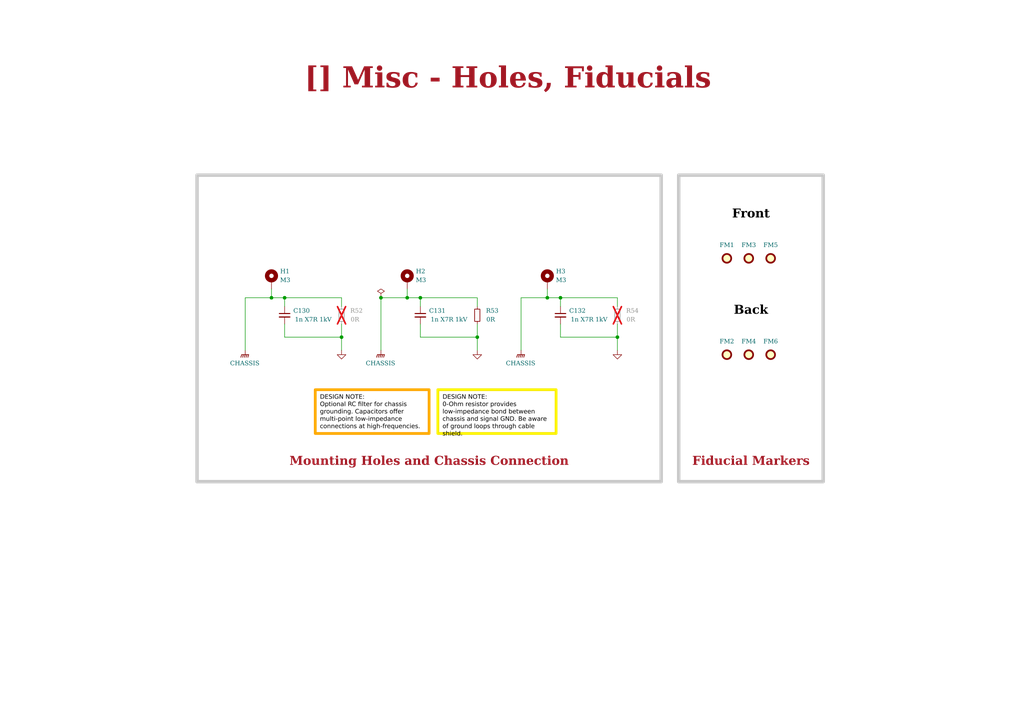
<source format=kicad_sch>
(kicad_sch (version 20231120) (generator "eeschema") (generator_version "8.0")
  (paper "A4")
  (title_block (title "Misc - Holes, Fiducials") (date "2023-10-22") (rev "${REVISION}") (company "${COMPANY}"))
  (lib_symbols
    (symbol "0_power_symbols:CHASSIS" (power) (pin_names (offset 0))
      (property "Value" "CHASSIS" (at 0 -3.302 0))
      (symbol "CHASSIS_0_1"
        (polyline (pts (xy 0 -1.27) (xy 0 0)))
        (polyline (pts (xy -1.016 -1.27) (xy -1.27 -2.032) (xy -1.27 -2.032)) (stroke (width 0.2032)))
        (polyline (pts (xy -0.508 -1.27) (xy -0.762 -2.032) (xy -0.762 -2.032)) (stroke (width 0.2032)))
        (polyline (pts (xy 0 -1.27) (xy -0.254 -2.032) (xy -0.254 -2.032)) (stroke (width 0.2032)))
        (polyline (pts (xy 0.508 -1.27) (xy 0.254 -2.032) (xy 0.254 -2.032)) (stroke (width 0.2032)))
        (polyline (pts (xy 1.016 -1.27) (xy -1.016 -1.27) (xy -1.016 -1.27)) (stroke (width 0.2032)))
        (polyline (pts (xy 1.016 -1.27) (xy 0.762 -2.032) (xy 0.762 -2.032) (xy 0.762 -2.032)) (stroke (width 0.2032)))
      )
      (symbol "CHASSIS_1_1"
        (pin power_in line (at 0 0 270) (length 0) hide (name "CHASSIS") (number "1"))
      )
    )
    (symbol "Device:C_Small" (pin_numbers hide) (pin_names (offset 0.254) hide)
      (property "Reference" "C" (at 0.254 1.778 0))
      (property "Value" "C_Small" (at 0.254 -2.032 0))
      (symbol "C_Small_0_1"
        (polyline (pts (xy -1.524 -0.508) (xy 1.524 -0.508)) (stroke (width 0.3302)))
        (polyline (pts (xy -1.524 0.508) (xy 1.524 0.508)) (stroke (width 0.3048)))
      )
      (symbol "C_Small_1_1"
        (pin passive line (at 0 2.54 270) (length 2.032) (name "~") (number "1"))
        (pin passive line (at 0 -2.54 90) (length 2.032) (name "~") (number "2"))
      )
    )
    (symbol "Device:R_Small" (pin_numbers hide) (pin_names (offset 0.254) hide)
      (property "Reference" "R" (at 0.762 0.508 0))
      (property "Value" "R_Small" (at 0.762 -1.016 0))
      (symbol "R_Small_0_1"
        (rectangle (start -0.762 1.778) (end 0.762 -1.778) (stroke (width 0.2032)))
      )
      (symbol "R_Small_1_1"
        (pin passive line (at 0 2.54 270) (length 0.762) (name "~") (number "1"))
        (pin passive line (at 0 -2.54 90) (length 0.762) (name "~") (number "2"))
      )
    )
    (symbol "Mechanical:Fiducial"
      (property "Reference" "FID" (at 0 5.08 0))
      (property "Value" "Fiducial" (at 0 3.175 0))
      (symbol "Fiducial_0_1"
        (circle (center 0 0) (radius 1.27) (stroke (width 0.508)) (fill (type background)))
      )
    )
    (symbol "Mechanical:MountingHole_Pad" (pin_numbers hide) (pin_names (offset 1.016) hide)
      (property "Reference" "H" (at 0 6.35 0))
      (property "Value" "MountingHole_Pad" (at 0 4.445 0))
      (symbol "MountingHole_Pad_0_1"
        (circle (center 0 1.27) (radius 1.27) (stroke (width 1.27)))
      )
      (symbol "MountingHole_Pad_1_1"
        (pin input line (at 0 -2.54 90) (length 2.54) (name "1") (number "1"))
      )
    )
    (symbol "power:GND" (power) (pin_names (offset 0))
      (property "Value" "GND" (at 0 -3.81 0))
      (symbol "GND_0_1"
        (polyline (pts (xy 0 0) (xy 0 -1.27) (xy 1.27 -1.27) (xy 0 -2.54) (xy -1.27 -1.27) (xy 0 -1.27)))
      )
      (symbol "GND_1_1"
        (pin power_in line (at 0 0 270) (length 0) hide (name "GND") (number "1"))
      )
    )
    (symbol "power:PWR_FLAG" (power) (pin_numbers hide) (pin_names (offset 0) hide)
      (property "Value" "PWR_FLAG" (at 0 3.81 0))
      (symbol "PWR_FLAG_0_0"
        (pin power_out line (at 0 0 90) (length 0) (name "pwr") (number "1"))
      )
      (symbol "PWR_FLAG_0_1"
        (polyline (pts (xy 0 0) (xy 0 1.27) (xy -1.016 1.905) (xy 0 2.54) (xy 1.016 1.905) (xy 0 1.27)))
      )
    )
  )
  (junction (at 110.49 86.36))
  (junction (at 158.75 86.36))
  (junction (at 78.74 86.36))
  (junction (at 138.43 97.79))
  (junction (at 118.11 86.36))
  (junction (at 99.06 97.79))
  (junction (at 82.55 86.36))
  (junction (at 162.56 86.36))
  (junction (at 121.92 86.36))
  (junction (at 179.07 97.79))
  (wire (pts (xy 78.74 86.36) (xy 82.55 86.36)))
  (wire (pts (xy 82.55 97.79) (xy 99.06 97.79)))
  (wire (pts (xy 99.06 97.79) (xy 99.06 93.98)))
  (wire (pts (xy 179.07 97.79) (xy 179.07 101.6)))
  (wire (pts (xy 162.56 86.36) (xy 162.56 88.9)))
  (wire (pts (xy 158.75 83.82) (xy 158.75 86.36)))
  (wire (pts (xy 151.13 86.36) (xy 158.75 86.36)))
  (wire (pts (xy 151.13 101.6) (xy 151.13 86.36)))
  (wire (pts (xy 138.43 86.36) (xy 138.43 88.9)))
  (wire (pts (xy 179.07 86.36) (xy 179.07 88.9)))
  (wire (pts (xy 82.55 93.98) (xy 82.55 97.79)))
  (wire (pts (xy 110.49 86.36) (xy 110.49 101.6)))
  (wire (pts (xy 121.92 86.36) (xy 138.43 86.36)))
  (wire (pts (xy 99.06 86.36) (xy 99.06 88.9)))
  (wire (pts (xy 71.12 86.36) (xy 78.74 86.36)))
  (wire (pts (xy 162.56 97.79) (xy 179.07 97.79)))
  (wire (pts (xy 158.75 86.36) (xy 162.56 86.36)))
  (wire (pts (xy 138.43 97.79) (xy 138.43 93.98)))
  (wire (pts (xy 118.11 86.36) (xy 121.92 86.36)))
  (wire (pts (xy 118.11 83.82) (xy 118.11 86.36)))
  (wire (pts (xy 121.92 93.98) (xy 121.92 97.79)))
  (wire (pts (xy 121.92 97.79) (xy 138.43 97.79)))
  (wire (pts (xy 78.74 83.82) (xy 78.74 86.36)))
  (wire (pts (xy 179.07 97.79) (xy 179.07 93.98)))
  (wire (pts (xy 162.56 86.36) (xy 179.07 86.36)))
  (wire (pts (xy 121.92 86.36) (xy 121.92 88.9)))
  (wire (pts (xy 162.56 93.98) (xy 162.56 97.79)))
  (wire (pts (xy 82.55 86.36) (xy 82.55 88.9)))
  (wire (pts (xy 82.55 86.36) (xy 99.06 86.36)))
  (wire (pts (xy 138.43 97.79) (xy 138.43 101.6)))
  (wire (pts (xy 99.06 97.79) (xy 99.06 101.6)))
  (wire (pts (xy 110.49 86.36) (xy 118.11 86.36)))
  (wire (pts (xy 71.12 101.6) (xy 71.12 86.36)))
  (rectangle (start 57.15 50.8) (end 191.77 139.7) (stroke (width 1) (color 200 200 200 1)))
  (rectangle (start 196.85 50.8) (end 238.76 139.7) (stroke (width 1) (color 200 200 200 1)))
  (text_box "Front" (at 198.12 55.88 0) (size 39.37 9.525) (stroke (width -0.0001)) (effects (font (size 2.54 2.54) (thickness 0.508) (bold yes)) (justify bottom)))
  (text_box "Back" (at 198.12 83.82 0) (size 39.37 9.525) (stroke (width -0.0001)) (effects (font (size 2.54 2.54) (thickness 0.508) (bold yes)) (justify bottom)))
  (text_box "DESIGN NOTE:\n0-Ohm resistor provides low-impedance bond between chassis and signal GND. Be aware of ground loops through cable shield." (at 127 113.03 0) (size 34.29 12.7) (stroke (width 0.8) (color 250 236 0 1)) (effects (font (size 1.27 1.27)) (justify left top)))
  (text_box "[${#}] ${TITLE}" (at 78.74 16.51 0) (size 137.16 12.7) (stroke (width -0.0001)) (effects (font (size 6 6) (thickness 1.2) (bold yes))))
  (text_box "Fiducial Markers" (at 198.12 128.27 0) (size 39.37 8.89) (stroke (width -0.0001)) (effects (font (size 2.54 2.54) (thickness 0.508) (bold yes)) (justify bottom)))
  (text_box "Mounting Holes and Chassis Connection" (at 58.42 128.27 0) (size 132.08 8.89) (stroke (width -0.0001)) (effects (font (size 2.54 2.54) (thickness 0.508) (bold yes)) (justify bottom)))
  (text_box "DESIGN NOTE:\nOptional RC filter for chassis grounding. Capacitors offer multi-point low-impedance connections at high-frequencies." (at 91.44 113.03 0) (size 33.02 12.7) (stroke (width 0.8) (color 255 165 0 1)) (effects (font (size 1.27 1.27)) (justify left top)))
  (symbol (lib_id "power:GND") (at 99.06 101.6 0) (unit 1)
    (property "Reference" "#PWR091" (effects (hide yes)))
    (property "Value" "GND" (effects (hide yes)))
  )
  (symbol (lib_id "Device:C_Small") (at 82.55 91.44 0) (unit 1)
    (property "Reference" "C130" (at 85.09 90.1763 0) (effects (justify left)))
    (property "Value" "1n X7R 1kV" (at 85.09 92.7163 0) (effects (justify left)))
    (property "Footprint" "0_capacitor_smd:C_0603_1608_DensityHigh" (effects (hide yes)))
    (property "Datasheet" "https://connect.kemet.com:7667/gateway/IntelliData-ComponentDocumentation/1.0/download/specsheet/C0603V102KDRAC7867" (effects (hide yes)))
    (property "Description" "1000 pF ±10% 1000V (1kV) Ceramic Capacitor X7R 0603 (1608 Metric)" (effects (hide yes)))
    (property "Supplier 1" "Digikey" (effects (hide yes)))
    (property "Supplier Part Number 1" "399-12306-1-ND" (effects (hide yes)))
    (property "manf" "KEMET" (effects (hide yes)))
    (property "manf#" "C0603V102KDRAC7867" (effects (hide yes)))
  )
  (symbol (lib_id "Mechanical:Fiducial") (at 210.82 102.87 0) (unit 1) (in_bom no)
    (property "Reference" "FM2" (at 210.82 99.06 0))
    (property "Value" "Fiducial" (effects (hide yes)))
    (property "Footprint" "0_fiducials:Fiducial_1mm_Mask2mm" (effects (hide yes)))
  )
  (symbol (lib_id "Mechanical:Fiducial") (at 223.52 74.93 0) (unit 1) (in_bom no)
    (property "Reference" "FM5" (at 223.52 71.12 0))
    (property "Value" "Fiducial" (effects (hide yes)))
    (property "Footprint" "0_fiducials:Fiducial_1mm_Mask2mm" (effects (hide yes)))
  )
  (symbol (lib_id "Device:R_Small") (at 179.07 91.44 0) (unit 1) (in_bom no) (dnp yes)
    (property "Reference" "R54" (at 181.61 90.17 0) (effects (justify left)))
    (property "Value" "0R" (at 181.61 92.71 0) (effects (justify left)))
    (property "Footprint" "0_resistor_smd:R_0603_1608_DensityHigh" (effects (hide yes)))
    (property "Datasheet" "https://www.vishay.com/docs/20043/crcwhpe3.pdf" (effects (hide yes)))
    (property "Description" "0 Ohms Jumper Chip Resistor 0603 (1608 Metric) Automotive AEC-Q200, Pulse Withstanding Thick Film" (effects (hide yes)))
    (property "Supplier 1" "Digikey" (effects (hide yes)))
    (property "Supplier Part Number 1" "541-0.0SBCT-ND" (effects (hide yes)))
    (property "manf" "Vishay" (effects (hide yes)))
    (property "manf#" "CRCW06030000Z0EAHP" (effects (hide yes)))
  )
  (symbol (lib_id "Mechanical:MountingHole_Pad") (at 78.74 81.28 0) (unit 1) (in_bom no)
    (property "Reference" "H1" (at 81.28 78.74 0) (effects (justify left)))
    (property "Value" "M3" (at 81.28 81.28 0) (effects (justify left)))
    (property "Footprint" "0_pad:MountingHole_3.2mm_M3_Pad_Via" (effects (hide yes)))
  )
  (symbol (lib_id "power:PWR_FLAG") (at 110.49 86.36 0) (unit 1)
    (property "Reference" "#FLG01" (effects (hide yes)))
    (property "Value" "PWR_FLAG" (effects (hide yes)))
    (instances (project "pcb2blender_tmp" (path "" (reference "#FLG01") (unit 1)) (path "" (reference "#FLG011") (unit 1))))
  )
  (symbol (lib_id "0_power_symbols:CHASSIS") (at 71.12 101.6 0) (unit 1)
    (property "Reference" "#PWR090" (effects (hide yes)))
    (property "Value" "CHASSIS" (at 70.993 105.41 0))
  )
  (symbol (lib_id "0_power_symbols:CHASSIS") (at 110.49 101.6 0) (unit 1)
    (property "Reference" "#PWR092" (effects (hide yes)))
    (property "Value" "CHASSIS" (at 110.363 105.41 0))
  )
  (symbol (lib_id "Device:C_Small") (at 162.56 91.44 0) (unit 1)
    (property "Reference" "C132" (at 165.1 90.1763 0) (effects (justify left)))
    (property "Value" "1n X7R 1kV" (at 165.1 92.7163 0) (effects (justify left)))
    (property "Footprint" "0_capacitor_smd:C_0603_1608_DensityHigh" (effects (hide yes)))
    (property "Datasheet" "https://connect.kemet.com:7667/gateway/IntelliData-ComponentDocumentation/1.0/download/specsheet/C0603V102KDRAC7867" (effects (hide yes)))
    (property "Description" "1000 pF ±10% 1000V (1kV) Ceramic Capacitor X7R 0603 (1608 Metric)" (effects (hide yes)))
    (property "Supplier 1" "Digikey" (effects (hide yes)))
    (property "Supplier Part Number 1" "399-12306-1-ND" (effects (hide yes)))
    (property "manf" "KEMET" (effects (hide yes)))
    (property "manf#" "C0603V102KDRAC7867" (effects (hide yes)))
  )
  (symbol (lib_id "Mechanical:Fiducial") (at 217.17 74.93 0) (unit 1) (in_bom no)
    (property "Reference" "FM3" (at 217.17 71.12 0))
    (property "Value" "Fiducial" (effects (hide yes)))
    (property "Footprint" "0_fiducials:Fiducial_1mm_Mask2mm" (effects (hide yes)))
  )
  (symbol (lib_id "0_power_symbols:CHASSIS") (at 151.13 101.6 0) (unit 1)
    (property "Reference" "#PWR094" (effects (hide yes)))
    (property "Value" "CHASSIS" (at 151.003 105.41 0))
  )
  (symbol (lib_id "power:GND") (at 179.07 101.6 0) (unit 1)
    (property "Reference" "#PWR095" (effects (hide yes)))
    (property "Value" "GND" (effects (hide yes)))
  )
  (symbol (lib_id "Device:R_Small") (at 138.43 91.44 0) (unit 1)
    (property "Reference" "R53" (at 140.97 90.17 0) (effects (justify left)))
    (property "Value" "0R" (at 140.97 92.71 0) (effects (justify left)))
    (property "Footprint" "0_resistor_smd:R_0603_1608_DensityHigh" (effects (hide yes)))
    (property "Datasheet" "https://www.vishay.com/docs/20043/crcwhpe3.pdf" (effects (hide yes)))
    (property "Description" "0 Ohms Jumper Chip Resistor 0603 (1608 Metric) Automotive AEC-Q200, Pulse Withstanding Thick Film" (effects (hide yes)))
    (property "Supplier 1" "Digikey" (effects (hide yes)))
    (property "Supplier Part Number 1" "541-0.0SBCT-ND" (effects (hide yes)))
    (property "manf" "Vishay" (effects (hide yes)))
    (property "manf#" "CRCW06030000Z0EAHP" (effects (hide yes)))
  )
  (symbol (lib_id "Device:R_Small") (at 99.06 91.44 0) (unit 1) (in_bom no) (dnp yes)
    (property "Reference" "R52" (at 101.6 90.17 0) (effects (justify left)))
    (property "Value" "0R" (at 101.6 92.71 0) (effects (justify left)))
    (property "Footprint" "0_resistor_smd:R_0603_1608_DensityHigh" (effects (hide yes)))
    (property "Datasheet" "https://www.vishay.com/docs/20043/crcwhpe3.pdf" (effects (hide yes)))
    (property "Description" "0 Ohms Jumper Chip Resistor 0603 (1608 Metric) Automotive AEC-Q200, Pulse Withstanding Thick Film" (effects (hide yes)))
    (property "Supplier 1" "Digikey" (effects (hide yes)))
    (property "Supplier Part Number 1" "541-0.0SBCT-ND" (effects (hide yes)))
    (property "manf" "Vishay" (effects (hide yes)))
    (property "manf#" "CRCW06030000Z0EAHP" (effects (hide yes)))
  )
  (symbol (lib_id "Device:C_Small") (at 121.92 91.44 0) (unit 1)
    (property "Reference" "C131" (at 124.46 90.1763 0) (effects (justify left)))
    (property "Value" "1n X7R 1kV" (at 124.46 92.7163 0) (effects (justify left)))
    (property "Footprint" "0_capacitor_smd:C_0603_1608_DensityHigh" (effects (hide yes)))
    (property "Datasheet" "https://connect.kemet.com:7667/gateway/IntelliData-ComponentDocumentation/1.0/download/specsheet/C0603V102KDRAC7867" (effects (hide yes)))
    (property "Description" "1000 pF ±10% 1000V (1kV) Ceramic Capacitor X7R 0603 (1608 Metric)" (effects (hide yes)))
    (property "Supplier 1" "Digikey" (effects (hide yes)))
    (property "Supplier Part Number 1" "399-12306-1-ND" (effects (hide yes)))
    (property "manf" "KEMET" (effects (hide yes)))
    (property "manf#" "C0603V102KDRAC7867" (effects (hide yes)))
  )
  (symbol (lib_id "power:GND") (at 138.43 101.6 0) (unit 1)
    (property "Reference" "#PWR093" (effects (hide yes)))
    (property "Value" "GND" (effects (hide yes)))
  )
  (symbol (lib_id "Mechanical:MountingHole_Pad") (at 118.11 81.28 0) (unit 1) (in_bom no)
    (property "Reference" "H2" (at 120.65 78.74 0) (effects (justify left)))
    (property "Value" "M3" (at 120.65 81.28 0) (effects (justify left)))
    (property "Footprint" "0_pad:MountingHole_3.2mm_M3_Pad_Via" (effects (hide yes)))
  )
  (symbol (lib_id "Mechanical:Fiducial") (at 210.82 74.93 0) (unit 1) (in_bom no)
    (property "Reference" "FM1" (at 210.82 71.12 0))
    (property "Value" "Fiducial" (effects (hide yes)))
    (property "Footprint" "0_fiducials:Fiducial_1mm_Mask2mm" (effects (hide yes)))
  )
  (symbol (lib_id "Mechanical:Fiducial") (at 217.17 102.87 0) (unit 1) (in_bom no)
    (property "Reference" "FM4" (at 217.17 99.06 0))
    (property "Value" "Fiducial" (effects (hide yes)))
    (property "Footprint" "0_fiducials:Fiducial_1mm_Mask2mm" (effects (hide yes)))
  )
  (symbol (lib_id "Mechanical:MountingHole_Pad") (at 158.75 81.28 0) (unit 1) (in_bom no)
    (property "Reference" "H3" (at 161.29 78.74 0) (effects (justify left)))
    (property "Value" "M3" (at 161.29 81.28 0) (effects (justify left)))
    (property "Footprint" "0_pad:MountingHole_3.2mm_M3_Pad_Via" (effects (hide yes)))
  )
  (symbol (lib_id "Mechanical:Fiducial") (at 223.52 102.87 0) (unit 1) (in_bom no)
    (property "Reference" "FM6" (at 223.52 99.06 0))
    (property "Value" "Fiducial" (effects (hide yes)))
    (property "Footprint" "0_fiducials:Fiducial_1mm_Mask2mm" (effects (hide yes)))
  )
)
</source>
